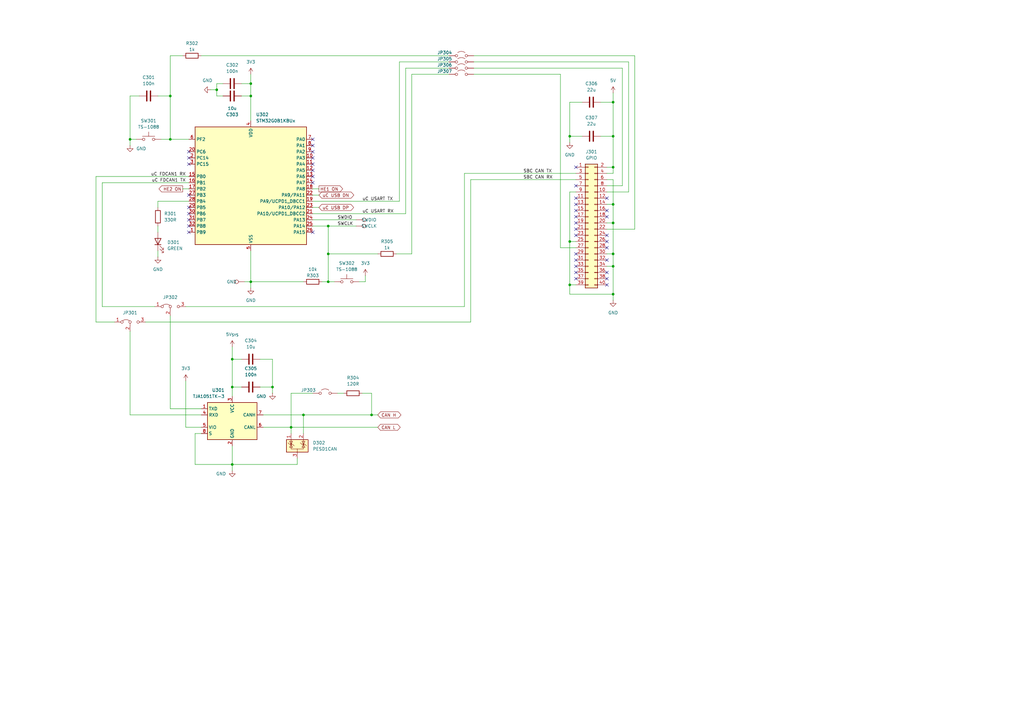
<source format=kicad_sch>
(kicad_sch (version 20250114) (generator "eeschema") (generator_version "9.0")
  (paper "A3")
  (title_block (title "EWS - Power, CANbus and USB HAT for 3D Printers") (date "2025-12-04") (rev "${PROJEKT_REV}") (company "Eduard Iten") (comment 1 "CC BY-NC-SA 4.0"))
  (lib_symbols
    (symbol "Connector_Generic:Conn_02x20_Odd_Even" (pin_names (offset 1.016) (hide yes))
      (property "Reference" "J" (at 1.27 25.4 0))
      (property "Value" "Conn_02x20_Odd_Even" (at 1.27 -27.94 0))
      (symbol "Conn_02x20_Odd_Even_1_1"
        (rectangle (start -1.27 24.13) (end 3.81 -26.67) (stroke (width 0.254)) (fill (type background)))
        (rectangle (start -1.27 22.987) (end 0 22.733) (stroke (width 0.1524)))
        (rectangle (start -1.27 20.447) (end 0 20.193) (stroke (width 0.1524)))
        (rectangle (start -1.27 17.907) (end 0 17.653) (stroke (width 0.1524)))
        (rectangle (start -1.27 15.367) (end 0 15.113) (stroke (width 0.1524)))
        (rectangle (start -1.27 12.827) (end 0 12.573) (stroke (width 0.1524)))
        (rectangle (start -1.27 10.287) (end 0 10.033) (stroke (width 0.1524)))
        (rectangle (start -1.27 7.747) (end 0 7.493) (stroke (width 0.1524)))
        (rectangle (start -1.27 5.207) (end 0 4.953) (stroke (width 0.1524)))
        (rectangle (start -1.27 2.667) (end 0 2.413) (stroke (width 0.1524)))
        (rectangle (start -1.27 0.127) (end 0 -0.127) (stroke (width 0.1524)))
        (rectangle (start -1.27 -2.413) (end 0 -2.667) (stroke (width 0.1524)))
        (rectangle (start -1.27 -4.953) (end 0 -5.207) (stroke (width 0.1524)))
        (rectangle (start -1.27 -7.493) (end 0 -7.747) (stroke (width 0.1524)))
        (rectangle (start -1.27 -10.033) (end 0 -10.287) (stroke (width 0.1524)))
        (rectangle (start -1.27 -12.573) (end 0 -12.827) (stroke (width 0.1524)))
        (rectangle (start -1.27 -15.113) (end 0 -15.367) (stroke (width 0.1524)))
        (rectangle (start -1.27 -17.653) (end 0 -17.907) (stroke (width 0.1524)))
        (rectangle (start -1.27 -20.193) (end 0 -20.447) (stroke (width 0.1524)))
        (rectangle (start -1.27 -22.733) (end 0 -22.987) (stroke (width 0.1524)))
        (rectangle (start -1.27 -25.273) (end 0 -25.527) (stroke (width 0.1524)))
        (rectangle (start 3.81 22.987) (end 2.54 22.733) (stroke (width 0.1524)))
        (rectangle (start 3.81 20.447) (end 2.54 20.193) (stroke (width 0.1524)))
        (rectangle (start 3.81 17.907) (end 2.54 17.653) (stroke (width 0.1524)))
        (rectangle (start 3.81 15.367) (end 2.54 15.113) (stroke (width 0.1524)))
        (rectangle (start 3.81 12.827) (end 2.54 12.573) (stroke (width 0.1524)))
        (rectangle (start 3.81 10.287) (end 2.54 10.033) (stroke (width 0.1524)))
        (rectangle (start 3.81 7.747) (end 2.54 7.493) (stroke (width 0.1524)))
        (rectangle (start 3.81 5.207) (end 2.54 4.953) (stroke (width 0.1524)))
        (rectangle (start 3.81 2.667) (end 2.54 2.413) (stroke (width 0.1524)))
        (rectangle (start 3.81 0.127) (end 2.54 -0.127) (stroke (width 0.1524)))
        (rectangle (start 3.81 -2.413) (end 2.54 -2.667) (stroke (width 0.1524)))
        (rectangle (start 3.81 -4.953) (end 2.54 -5.207) (stroke (width 0.1524)))
        (rectangle (start 3.81 -7.493) (end 2.54 -7.747) (stroke (width 0.1524)))
        (rectangle (start 3.81 -10.033) (end 2.54 -10.287) (stroke (width 0.1524)))
        (rectangle (start 3.81 -12.573) (end 2.54 -12.827) (stroke (width 0.1524)))
        (rectangle (start 3.81 -15.113) (end 2.54 -15.367) (stroke (width 0.1524)))
        (rectangle (start 3.81 -17.653) (end 2.54 -17.907) (stroke (width 0.1524)))
        (rectangle (start 3.81 -20.193) (end 2.54 -20.447) (stroke (width 0.1524)))
        (rectangle (start 3.81 -22.733) (end 2.54 -22.987) (stroke (width 0.1524)))
        (rectangle (start 3.81 -25.273) (end 2.54 -25.527) (stroke (width 0.1524)))
        (pin passive line (at -5.08 22.86 0) (length 3.81) (name "Pin_1") (number "1"))
        (pin passive line (at -5.08 20.32 0) (length 3.81) (name "Pin_3") (number "3"))
        (pin passive line (at -5.08 17.78 0) (length 3.81) (name "Pin_5") (number "5"))
        (pin passive line (at -5.08 15.24 0) (length 3.81) (name "Pin_7") (number "7"))
        (pin passive line (at -5.08 12.7 0) (length 3.81) (name "Pin_9") (number "9"))
        (pin passive line (at -5.08 10.16 0) (length 3.81) (name "Pin_11") (number "11"))
        (pin passive line (at -5.08 7.62 0) (length 3.81) (name "Pin_13") (number "13"))
        (pin passive line (at -5.08 5.08 0) (length 3.81) (name "Pin_15") (number "15"))
        (pin passive line (at -5.08 2.54 0) (length 3.81) (name "Pin_17") (number "17"))
        (pin passive line (at -5.08 0 0) (length 3.81) (name "Pin_19") (number "19"))
        (pin passive line (at -5.08 -2.54 0) (length 3.81) (name "Pin_21") (number "21"))
        (pin passive line (at -5.08 -5.08 0) (length 3.81) (name "Pin_23") (number "23"))
        (pin passive line (at -5.08 -7.62 0) (length 3.81) (name "Pin_25") (number "25"))
        (pin passive line (at -5.08 -10.16 0) (length 3.81) (name "Pin_27") (number "27"))
        (pin passive line (at -5.08 -12.7 0) (length 3.81) (name "Pin_29") (number "29"))
        (pin passive line (at -5.08 -15.24 0) (length 3.81) (name "Pin_31") (number "31"))
        (pin passive line (at -5.08 -17.78 0) (length 3.81) (name "Pin_33") (number "33"))
        (pin passive line (at -5.08 -20.32 0) (length 3.81) (name "Pin_35") (number "35"))
        (pin passive line (at -5.08 -22.86 0) (length 3.81) (name "Pin_37") (number "37"))
        (pin passive line (at -5.08 -25.4 0) (length 3.81) (name "Pin_39") (number "39"))
        (pin passive line (at 7.62 22.86 180) (length 3.81) (name "Pin_2") (number "2"))
        (pin passive line (at 7.62 20.32 180) (length 3.81) (name "Pin_4") (number "4"))
        (pin passive line (at 7.62 17.78 180) (length 3.81) (name "Pin_6") (number "6"))
        (pin passive line (at 7.62 15.24 180) (length 3.81) (name "Pin_8") (number "8"))
        (pin passive line (at 7.62 12.7 180) (length 3.81) (name "Pin_10") (number "10"))
        (pin passive line (at 7.62 10.16 180) (length 3.81) (name "Pin_12") (number "12"))
        (pin passive line (at 7.62 7.62 180) (length 3.81) (name "Pin_14") (number "14"))
        (pin passive line (at 7.62 5.08 180) (length 3.81) (name "Pin_16") (number "16"))
        (pin passive line (at 7.62 2.54 180) (length 3.81) (name "Pin_18") (number "18"))
        (pin passive line (at 7.62 0 180) (length 3.81) (name "Pin_20") (number "20"))
        (pin passive line (at 7.62 -2.54 180) (length 3.81) (name "Pin_22") (number "22"))
        (pin passive line (at 7.62 -5.08 180) (length 3.81) (name "Pin_24") (number "24"))
        (pin passive line (at 7.62 -7.62 180) (length 3.81) (name "Pin_26") (number "26"))
        (pin passive line (at 7.62 -10.16 180) (length 3.81) (name "Pin_28") (number "28"))
        (pin passive line (at 7.62 -12.7 180) (length 3.81) (name "Pin_30") (number "30"))
        (pin passive line (at 7.62 -15.24 180) (length 3.81) (name "Pin_32") (number "32"))
        (pin passive line (at 7.62 -17.78 180) (length 3.81) (name "Pin_34") (number "34"))
        (pin passive line (at 7.62 -20.32 180) (length 3.81) (name "Pin_36") (number "36"))
        (pin passive line (at 7.62 -22.86 180) (length 3.81) (name "Pin_38") (number "38"))
        (pin passive line (at 7.62 -25.4 180) (length 3.81) (name "Pin_40") (number "40"))
      )
    )
    (symbol "Device:C" (pin_numbers (hide yes)) (pin_names (offset 0.254))
      (property "Reference" "C" (at 0.635 2.54 0))
      (property "Value" "C" (at 0.635 -2.54 0))
      (symbol "C_0_1"
        (polyline (pts (xy -2.032 0.762) (xy 2.032 0.762)) (stroke (width 0.508)))
        (polyline (pts (xy -2.032 -0.762) (xy 2.032 -0.762)) (stroke (width 0.508)))
      )
      (symbol "C_1_1"
        (pin passive line (at 0 3.81 270) (length 2.794) (name "~") (number "1"))
        (pin passive line (at 0 -3.81 90) (length 2.794) (name "~") (number "2"))
      )
    )
    (symbol "Device:LED" (pin_numbers (hide yes)) (pin_names (offset 1.016) (hide yes))
      (property "Reference" "D" (at 0 2.54 0))
      (property "Value" "LED" (at 0 -2.54 0))
      (symbol "LED_0_1"
        (polyline (pts (xy -3.048 -0.762) (xy -4.572 -2.286) (xy -3.81 -2.286) (xy -4.572 -2.286) (xy -4.572 -1.524)))
        (polyline (pts (xy -1.778 -0.762) (xy -3.302 -2.286) (xy -2.54 -2.286) (xy -3.302 -2.286) (xy -3.302 -1.524)))
        (polyline (pts (xy -1.27 0) (xy 1.27 0)))
        (polyline (pts (xy -1.27 -1.27) (xy -1.27 1.27)) (stroke (width 0.254)))
        (polyline (pts (xy 1.27 -1.27) (xy 1.27 1.27) (xy -1.27 0) (xy 1.27 -1.27)) (stroke (width 0.254)))
      )
      (symbol "LED_1_1"
        (pin passive line (at -3.81 0 0) (length 2.54) (name "K") (number "1"))
        (pin passive line (at 3.81 0 180) (length 2.54) (name "A") (number "2"))
      )
    )
    (symbol "Device:R" (pin_numbers (hide yes)) (pin_names (offset 0))
      (property "Reference" "R" (at 2.032 0 90))
      (property "Value" "R" (at 0 0 90))
      (symbol "R_0_1"
        (rectangle (start -1.016 -2.54) (end 1.016 2.54) (stroke (width 0.254)))
      )
      (symbol "R_1_1"
        (pin passive line (at 0 3.81 270) (length 1.27) (name "~") (number "1"))
        (pin passive line (at 0 -3.81 90) (length 1.27) (name "~") (number "2"))
      )
    )
    (symbol "Interface_CAN_LIN:TJA1051TK-3"
      (property "Reference" "U" (at -10.16 8.89 0))
      (property "Value" "TJA1051TK-3" (at 1.27 8.89 0))
      (symbol "TJA1051TK-3_0_1"
        (rectangle (start -10.16 7.62) (end 10.16 -7.62) (stroke (width 0.254)) (fill (type background)))
      )
      (symbol "TJA1051TK-3_1_1"
        (pin input line (at -12.7 5.08 0) (length 2.54) (name "TXD") (number "1"))
        (pin output line (at -12.7 2.54 0) (length 2.54) (name "RXD") (number "4"))
        (pin power_in line (at -12.7 -2.54 0) (length 2.54) (name "VIO") (number "5"))
        (pin input line (at -12.7 -5.08 0) (length 2.54) (name "S") (number "8"))
        (pin power_in line (at 0 10.16 270) (length 2.54) (name "VCC") (number "3"))
        (pin power_in line (at 0 -10.16 90) (length 2.54) (name "GND") (number "2"))
        (pin passive line (at 0 -10.16 90) (length 2.54) (hide yes) (name "GND") (number "9"))
        (pin bidirectional line (at 12.7 2.54 180) (length 2.54) (name "CANH") (number "7"))
        (pin bidirectional line (at 12.7 -2.54 180) (length 2.54) (name "CANL") (number "6"))
      )
    )
    (symbol "Jumper:Jumper_2_Open" (pin_numbers (hide yes)) (pin_names (offset 0) (hide yes))
      (property "Reference" "JP" (at 0 2.794 0))
      (property "Value" "Jumper_2_Open" (at 0 -2.286 0))
      (symbol "Jumper_2_Open_0_0"
        (circle (center -2.032 0) (radius 0.508))
        (circle (center 2.032 0) (radius 0.508))
      )
      (symbol "Jumper_2_Open_0_1"
        (arc (start -1.524 1.27) (mid 0 1.778) (end 1.524 1.27))
      )
      (symbol "Jumper_2_Open_1_1"
        (pin passive line (at -5.08 0 0) (length 2.54) (name "A") (number "1"))
        (pin passive line (at 5.08 0 180) (length 2.54) (name "B") (number "2"))
      )
    )
    (symbol "Jumper:Jumper_3_Bridged12" (pin_names (offset 0) (hide yes)) (in_bom no)
      (property "Reference" "JP" (at -2.54 -2.54 0))
      (property "Value" "Jumper_3_Bridged12" (at 0 2.794 0))
      (symbol "Jumper_3_Bridged12_0_0"
        (circle (center -3.302 0) (radius 0.508))
        (circle (center 0 0) (radius 0.508))
        (circle (center 3.302 0) (radius 0.508))
      )
      (symbol "Jumper_3_Bridged12_0_1"
        (arc (start -3.048 0.508) (mid -1.651 0.9912) (end -0.254 0.508))
        (polyline (pts (xy 0 -1.27) (xy 0 -0.508)))
      )
      (symbol "Jumper_3_Bridged12_1_1"
        (pin passive line (at -6.35 0 0) (length 2.54) (name "A") (number "1"))
        (pin passive line (at 0 -3.81 90) (length 2.54) (name "C") (number "2"))
        (pin passive line (at 6.35 0 180) (length 2.54) (name "B") (number "3"))
      )
    )
    (symbol "MCU_ST_STM32G0:STM32G0B1KBUx"
      (property "Reference" "U" (at -22.86 26.67 0))
      (property "Value" "STM32G0B1KBUx" (at 2.54 26.67 0))
      (symbol "STM32G0B1KBUx_0_1"
        (rectangle (start -22.86 -22.86) (end 22.86 25.4) (stroke (width 0.254)) (fill (type background)))
      )
      (symbol "STM32G0B1KBUx_1_1"
        (pin bidirectional line (at -25.4 20.32 0) (length 2.54) (name "PF2") (number "6"))
        (pin bidirectional line (at -25.4 15.24 0) (length 2.54) (name "PC6") (number "20"))
        (pin bidirectional line (at -25.4 12.7 0) (length 2.54) (name "PC14") (number "2"))
        (pin bidirectional line (at -25.4 10.16 0) (length 2.54) (name "PC15") (number "3"))
        (pin bidirectional line (at -25.4 5.08 0) (length 2.54) (name "PB0") (number "15"))
        (pin bidirectional line (at -25.4 2.54 0) (length 2.54) (name "PB1") (number "16"))
        (pin bidirectional line (at -25.4 0 0) (length 2.54) (name "PB2") (number "17"))
        (pin bidirectional line (at -25.4 -2.54 0) (length 2.54) (name "PB3") (number "27"))
        (pin bidirectional line (at -25.4 -5.08 0) (length 2.54) (name "PB4") (number "28"))
        (pin bidirectional line (at -25.4 -7.62 0) (length 2.54) (name "PB5") (number "29"))
        (pin bidirectional line (at -25.4 -10.16 0) (length 2.54) (name "PB6") (number "30"))
        (pin bidirectional line (at -25.4 -12.7 0) (length 2.54) (name "PB7") (number "31"))
        (pin bidirectional line (at -25.4 -15.24 0) (length 2.54) (name "PB8") (number "32"))
        (pin bidirectional line (at -25.4 -17.78 0) (length 2.54) (name "PB9") (number "1"))
        (pin power_in line (at 0 27.94 270) (length 2.54) (name "VDD") (number "4"))
        (pin passive line (at 0 -25.4 90) (length 2.54) (hide yes) (name "VSS") (number "33"))
        (pin power_in line (at 0 -25.4 90) (length 2.54) (name "VSS") (number "5"))
        (pin bidirectional line (at 25.4 20.32 180) (length 2.54) (name "PA0") (number "7"))
        (pin bidirectional line (at 25.4 17.78 180) (length 2.54) (name "PA1") (number "8"))
        (pin bidirectional line (at 25.4 15.24 180) (length 2.54) (name "PA2") (number "9"))
        (pin bidirectional line (at 25.4 12.7 180) (length 2.54) (name "PA3") (number "10"))
        (pin bidirectional line (at 25.4 10.16 180) (length 2.54) (name "PA4") (number "11"))
        (pin bidirectional line (at 25.4 7.62 180) (length 2.54) (name "PA5") (number "12"))
        (pin bidirectional line (at 25.4 5.08 180) (length 2.54) (name "PA6") (number "13"))
        (pin bidirectional line (at 25.4 2.54 180) (length 2.54) (name "PA7") (number "14"))
        (pin bidirectional line (at 25.4 0 180) (length 2.54) (name "PA8") (number "18"))
        (pin bidirectional line (at 25.4 -2.54 180) (length 2.54) (name "PA9/PA11") (number "22"))
        (pin bidirectional line (at 25.4 -5.08 180) (length 2.54) (name "PA9/UCPD1_DBCC1") (number "19"))
        (pin bidirectional line (at 25.4 -7.62 180) (length 2.54) (name "PA10/PA12") (number "23"))
        (pin bidirectional line (at 25.4 -10.16 180) (length 2.54) (name "PA10/UCPD1_DBCC2") (number "21"))
        (pin bidirectional line (at 25.4 -12.7 180) (length 2.54) (name "PA13") (number "24"))
        (pin bidirectional line (at 25.4 -15.24 180) (length 2.54) (name "PA14") (number "25"))
        (pin bidirectional line (at 25.4 -17.78 180) (length 2.54) (name "PA15") (number "26"))
      )
    )
    (symbol "NamedTestPoint_1" (pin_numbers (hide yes)) (pin_names (offset 0.762) (hide yes))
      (property "Value" "${SHORT_NET_NAME(1)}" (at 0 6.35 0))
      (symbol "NamedTestPoint_1_0_1"
        (circle (center 0 3.302) (radius 0.762))
      )
      (symbol "NamedTestPoint_1_1_1"
        (pin passive line (at 0 0 90) (length 2.54) (name "1") (number "1"))
      )
    )
    (symbol "Power_Protection:NUP2105L" (pin_names (hide yes))
      (property "Reference" "D" (at 5.715 2.54 0))
      (property "Value" "NUP2105L" (at 5.715 0.635 0))
      (symbol "NUP2105L_0_0"
        (pin passive line (at 0 -5.08 90) (length 2.54) (name "A") (number "3"))
      )
      (symbol "NUP2105L_0_1"
        (rectangle (start -4.445 2.54) (end 4.445 -2.54) (stroke (width 0.254)) (fill (type background)))
        (polyline (pts (xy -3.81 1.27) (xy -3.175 0.635) (xy -1.905 0.635) (xy -1.27 0)))
        (polyline (pts (xy -2.54 2.54) (xy -2.54 0.635)))
        (polyline (pts (xy -2.54 0.635) (xy -2.54 -1.27) (xy 2.54 -1.27) (xy 2.54 0.635)))
        (polyline (pts (xy -2.54 0.635) (xy -1.905 -0.635) (xy -3.175 -0.635) (xy -2.54 0.635)))
        (polyline (pts (xy -2.54 0.635) (xy -3.175 1.905) (xy -1.905 1.905) (xy -2.54 0.635) (xy -2.54 1.27)))
        (polyline (pts (xy 0 -1.27) (xy 0 -2.54)))
        (polyline (pts (xy 1.27 1.27) (xy 1.905 0.635) (xy 2.54 0.635) (xy 3.175 0.635) (xy 3.81 0)))
        (polyline (pts (xy 2.54 2.54) (xy 2.54 0.635)))
        (polyline (pts (xy 2.54 0.635) (xy 1.905 -0.635) (xy 3.175 -0.635) (xy 2.54 0.635)))
        (polyline (pts (xy 2.54 0.635) (xy 3.175 1.905) (xy 1.905 1.905) (xy 2.54 0.635)))
      )
      (symbol "NUP2105L_1_1"
        (pin passive line (at -2.54 5.08 270) (length 2.54) (name "K") (number "1"))
        (pin passive line (at 2.54 5.08 270) (length 2.54) (name "K") (number "2"))
      )
    )
    (symbol "Switch:SW_Push" (pin_numbers (hide yes)) (pin_names (offset 1.016) (hide yes))
      (property "Reference" "SW" (at 1.27 2.54 0))
      (property "Value" "SW_Push" (at 0 -1.524 0))
      (symbol "SW_Push_0_1"
        (circle (center -2.032 0) (radius 0.508))
        (polyline (pts (xy 0 1.27) (xy 0 3.048)))
        (circle (center 2.032 0) (radius 0.508))
        (polyline (pts (xy 2.54 1.27) (xy -2.54 1.27)))
        (pin passive line (at -5.08 0 0) (length 2.54) (name "1") (number "1"))
        (pin passive line (at 5.08 0 180) (length 2.54) (name "2") (number "2"))
      )
    )
    (symbol "power:+3.3V" (power) (pin_numbers (hide yes)) (pin_names (offset 0) (hide yes))
      (property "Value" "+3.3V" (at 0 3.556 0))
      (symbol "+3.3V_0_1"
        (polyline (pts (xy -0.762 1.27) (xy 0 2.54)))
        (polyline (pts (xy 0 2.54) (xy 0.762 1.27)))
        (polyline (pts (xy 0 0) (xy 0 2.54)))
      )
      (symbol "+3.3V_1_1"
        (pin power_in line (at 0 0 90) (length 0) (name "~") (number "1"))
      )
    )
    (symbol "power:+5V" (power) (pin_numbers (hide yes)) (pin_names (offset 0) (hide yes))
      (property "Value" "+5V" (at 0 3.556 0))
      (symbol "+5V_0_1"
        (polyline (pts (xy -0.762 1.27) (xy 0 2.54)))
        (polyline (pts (xy 0 2.54) (xy 0.762 1.27)))
        (polyline (pts (xy 0 0) (xy 0 2.54)))
      )
      (symbol "+5V_1_1"
        (pin power_in line (at 0 0 90) (length 0) (name "~") (number "1"))
      )
    )
    (symbol "power:GND" (power) (pin_numbers (hide yes)) (pin_names (offset 0) (hide yes))
      (property "Value" "GND" (at 0 -3.81 0))
      (symbol "GND_0_1"
        (polyline (pts (xy 0 0) (xy 0 -1.27) (xy 1.27 -1.27) (xy 0 -2.54) (xy -1.27 -1.27) (xy 0 -1.27)))
      )
      (symbol "GND_1_1"
        (pin power_in line (at 0 0 270) (length 0) (name "~") (number "1"))
      )
    )
  )
  (junction (at 69.85 57.15))
  (junction (at 88.9 36.83))
  (junction (at 95.25 158.75))
  (junction (at 251.46 68.58))
  (junction (at 102.87 39.37))
  (junction (at 233.68 116.84))
  (junction (at 134.62 92.71))
  (junction (at 95.25 147.32))
  (junction (at 233.68 55.88))
  (junction (at 102.87 34.29))
  (junction (at 69.85 39.37))
  (junction (at 251.46 91.44))
  (junction (at 251.46 83.82))
  (junction (at 152.4 170.18))
  (junction (at 233.68 99.06))
  (junction (at 95.25 190.5))
  (junction (at 124.46 170.18))
  (junction (at 251.46 41.91))
  (junction (at 134.62 104.14))
  (junction (at 251.46 120.65))
  (junction (at 134.62 115.57))
  (junction (at 111.76 158.75))
  (junction (at 251.46 55.88))
  (junction (at 53.34 57.15))
  (junction (at 251.46 104.14))
  (junction (at 102.87 115.57))
  (junction (at 119.38 175.26))
  (junction (at 251.46 109.22))
  (no_connect (at 248.92 99.06))
  (no_connect (at 236.22 109.22))
  (no_connect (at 248.92 81.28))
  (no_connect (at 248.92 86.36))
  (no_connect (at 236.22 88.9))
  (no_connect (at 236.22 96.52))
  (no_connect (at 236.22 111.76))
  (no_connect (at 236.22 106.68))
  (no_connect (at 128.27 64.77))
  (no_connect (at 248.92 96.52))
  (no_connect (at 248.92 116.84))
  (no_connect (at 128.27 59.69))
  (no_connect (at 77.47 95.25))
  (no_connect (at 128.27 62.23))
  (no_connect (at 77.47 80.01))
  (no_connect (at 77.47 85.09))
  (no_connect (at 236.22 104.14))
  (no_connect (at 77.47 87.63))
  (no_connect (at 248.92 114.3))
  (no_connect (at 128.27 72.39))
  (no_connect (at 128.27 67.31))
  (no_connect (at 236.22 86.36))
  (no_connect (at 248.92 101.6))
  (no_connect (at 77.47 62.23))
  (no_connect (at 236.22 81.28))
  (no_connect (at 128.27 69.85))
  (no_connect (at 128.27 74.93))
  (no_connect (at 236.22 83.82))
  (no_connect (at 77.47 92.71))
  (no_connect (at 248.92 111.76))
  (no_connect (at 128.27 95.25))
  (no_connect (at 236.22 91.44))
  (no_connect (at 236.22 76.2))
  (no_connect (at 77.47 67.31))
  (no_connect (at 236.22 93.98))
  (no_connect (at 248.92 106.68))
  (no_connect (at 248.92 88.9))
  (no_connect (at 236.22 114.3))
  (no_connect (at 128.27 57.15))
  (no_connect (at 236.22 68.58))
  (no_connect (at 77.47 64.77))
  (no_connect (at 77.47 90.17))
  (wire (pts (xy 53.34 170.18) (xy 53.34 135.89)))
  (wire (pts (xy 119.38 175.26) (xy 107.95 175.26)))
  (wire (pts (xy 152.4 170.18) (xy 152.4 161.29)))
  (wire (pts (xy 39.37 72.39) (xy 77.47 72.39)))
  (wire (pts (xy 82.55 22.86) (xy 184.15 22.86)))
  (wire (pts (xy 251.46 123.19) (xy 251.46 120.65)))
  (wire (pts (xy 248.92 68.58) (xy 251.46 68.58)))
  (wire (pts (xy 80.01 177.8) (xy 80.01 190.5)))
  (wire (pts (xy 128.27 92.71) (xy 134.62 92.71)))
  (wire (pts (xy 88.9 34.29) (xy 91.44 34.29)))
  (wire (pts (xy 64.77 82.55) (xy 77.47 82.55)))
  (wire (pts (xy 128.27 85.09) (xy 130.81 85.09)))
  (wire (pts (xy 233.68 78.74) (xy 233.68 99.06)))
  (wire (pts (xy 80.01 190.5) (xy 95.25 190.5)))
  (wire (pts (xy 128.27 82.55) (xy 163.83 82.55)))
  (wire (pts (xy 257.81 25.4) (xy 257.81 78.74)))
  (wire (pts (xy 233.68 55.88) (xy 233.68 58.42)))
  (wire (pts (xy 229.87 101.6) (xy 236.22 101.6)))
  (wire (pts (xy 95.25 142.24) (xy 95.25 147.32)))
  (wire (pts (xy 64.77 102.87) (xy 64.77 105.41)))
  (wire (pts (xy 106.68 147.32) (xy 111.76 147.32)))
  (wire (pts (xy 111.76 161.29) (xy 111.76 158.75)))
  (wire (pts (xy 74.93 77.47) (xy 77.47 77.47)))
  (wire (pts (xy 134.62 104.14) (xy 134.62 115.57)))
  (wire (pts (xy 86.36 36.83) (xy 88.9 36.83)))
  (wire (pts (xy 233.68 116.84) (xy 233.68 120.65)))
  (wire (pts (xy 69.85 22.86) (xy 69.85 39.37)))
  (wire (pts (xy 233.68 99.06) (xy 236.22 99.06)))
  (wire (pts (xy 69.85 167.64) (xy 69.85 129.54)))
  (wire (pts (xy 119.38 175.26) (xy 119.38 177.8)))
  (wire (pts (xy 134.62 104.14) (xy 154.94 104.14)))
  (wire (pts (xy 248.92 83.82) (xy 251.46 83.82)))
  (wire (pts (xy 39.37 132.08) (xy 46.99 132.08)))
  (wire (pts (xy 248.92 109.22) (xy 251.46 109.22)))
  (wire (pts (xy 251.46 83.82) (xy 251.46 91.44)))
  (wire (pts (xy 134.62 92.71) (xy 134.62 104.14)))
  (wire (pts (xy 124.46 170.18) (xy 124.46 177.8)))
  (wire (pts (xy 251.46 109.22) (xy 251.46 120.65)))
  (wire (pts (xy 162.56 104.14) (xy 168.91 104.14)))
  (wire (pts (xy 132.08 115.57) (xy 134.62 115.57)))
  (wire (pts (xy 76.2 175.26) (xy 82.55 175.26)))
  (wire (pts (xy 124.46 170.18) (xy 107.95 170.18)))
  (wire (pts (xy 95.25 190.5) (xy 121.92 190.5)))
  (wire (pts (xy 193.04 73.66) (xy 193.04 132.08)))
  (wire (pts (xy 251.46 41.91) (xy 251.46 38.1)))
  (wire (pts (xy 194.31 22.86) (xy 260.35 22.86)))
  (wire (pts (xy 194.31 27.94) (xy 255.27 27.94)))
  (wire (pts (xy 59.69 132.08) (xy 193.04 132.08)))
  (wire (pts (xy 251.46 104.14) (xy 251.46 109.22)))
  (wire (pts (xy 99.06 39.37) (xy 102.87 39.37)))
  (wire (pts (xy 190.5 71.12) (xy 190.5 125.73)))
  (wire (pts (xy 236.22 78.74) (xy 233.68 78.74)))
  (wire (pts (xy 64.77 85.09) (xy 64.77 82.55)))
  (wire (pts (xy 41.91 125.73) (xy 63.5 125.73)))
  (wire (pts (xy 251.46 68.58) (xy 251.46 55.88)))
  (wire (pts (xy 95.25 182.88) (xy 95.25 190.5)))
  (wire (pts (xy 251.46 73.66) (xy 251.46 83.82)))
  (wire (pts (xy 76.2 125.73) (xy 190.5 125.73)))
  (wire (pts (xy 166.37 87.63) (xy 166.37 27.94)))
  (wire (pts (xy 166.37 27.94) (xy 184.15 27.94)))
  (wire (pts (xy 233.68 99.06) (xy 233.68 116.84)))
  (wire (pts (xy 138.43 161.29) (xy 140.97 161.29)))
  (wire (pts (xy 260.35 93.98) (xy 248.92 93.98)))
  (wire (pts (xy 194.31 30.48) (xy 229.87 30.48)))
  (wire (pts (xy 95.25 158.75) (xy 95.25 162.56)))
  (wire (pts (xy 128.27 90.17) (xy 146.05 90.17)))
  (wire (pts (xy 99.06 158.75) (xy 95.25 158.75)))
  (wire (pts (xy 255.27 27.94) (xy 255.27 76.2)))
  (wire (pts (xy 152.4 170.18) (xy 154.94 170.18)))
  (wire (pts (xy 251.46 71.12) (xy 251.46 68.58)))
  (wire (pts (xy 248.92 73.66) (xy 251.46 73.66)))
  (wire (pts (xy 163.83 82.55) (xy 163.83 25.4)))
  (wire (pts (xy 229.87 30.48) (xy 229.87 101.6)))
  (wire (pts (xy 102.87 30.48) (xy 102.87 34.29)))
  (wire (pts (xy 88.9 39.37) (xy 88.9 36.83)))
  (wire (pts (xy 128.27 80.01) (xy 130.81 80.01)))
  (wire (pts (xy 41.91 74.93) (xy 41.91 125.73)))
  (wire (pts (xy 82.55 177.8) (xy 80.01 177.8)))
  (wire (pts (xy 39.37 72.39) (xy 39.37 132.08)))
  (wire (pts (xy 124.46 115.57) (xy 102.87 115.57)))
  (wire (pts (xy 102.87 34.29) (xy 102.87 39.37)))
  (wire (pts (xy 194.31 25.4) (xy 257.81 25.4)))
  (wire (pts (xy 41.91 74.93) (xy 77.47 74.93)))
  (wire (pts (xy 251.46 55.88) (xy 251.46 41.91)))
  (wire (pts (xy 238.76 41.91) (xy 233.68 41.91)))
  (wire (pts (xy 233.68 41.91) (xy 233.68 55.88)))
  (wire (pts (xy 95.25 147.32) (xy 99.06 147.32)))
  (wire (pts (xy 238.76 55.88) (xy 233.68 55.88)))
  (wire (pts (xy 257.81 78.74) (xy 248.92 78.74)))
  (wire (pts (xy 251.46 91.44) (xy 251.46 104.14)))
  (wire (pts (xy 121.92 187.96) (xy 121.92 190.5)))
  (wire (pts (xy 111.76 158.75) (xy 106.68 158.75)))
  (wire (pts (xy 246.38 41.91) (xy 251.46 41.91)))
  (wire (pts (xy 248.92 104.14) (xy 251.46 104.14)))
  (wire (pts (xy 64.77 92.71) (xy 64.77 95.25)))
  (wire (pts (xy 163.83 25.4) (xy 184.15 25.4)))
  (wire (pts (xy 246.38 55.88) (xy 251.46 55.88)))
  (wire (pts (xy 102.87 115.57) (xy 102.87 118.11)))
  (wire (pts (xy 248.92 71.12) (xy 251.46 71.12)))
  (wire (pts (xy 91.44 39.37) (xy 88.9 39.37)))
  (wire (pts (xy 102.87 39.37) (xy 102.87 49.53)))
  (wire (pts (xy 168.91 30.48) (xy 168.91 104.14)))
  (wire (pts (xy 64.77 39.37) (xy 69.85 39.37)))
  (wire (pts (xy 128.27 87.63) (xy 166.37 87.63)))
  (wire (pts (xy 233.68 116.84) (xy 236.22 116.84)))
  (wire (pts (xy 134.62 115.57) (xy 137.16 115.57)))
  (wire (pts (xy 102.87 102.87) (xy 102.87 115.57)))
  (wire (pts (xy 134.62 92.71) (xy 146.05 92.71)))
  (wire (pts (xy 248.92 91.44) (xy 251.46 91.44)))
  (wire (pts (xy 76.2 156.21) (xy 76.2 175.26)))
  (wire (pts (xy 55.88 57.15) (xy 53.34 57.15)))
  (wire (pts (xy 66.04 57.15) (xy 69.85 57.15)))
  (wire (pts (xy 82.55 170.18) (xy 53.34 170.18)))
  (wire (pts (xy 236.22 71.12) (xy 190.5 71.12)))
  (wire (pts (xy 53.34 57.15) (xy 53.34 59.69)))
  (wire (pts (xy 102.87 115.57) (xy 100.33 115.57)))
  (wire (pts (xy 53.34 39.37) (xy 53.34 57.15)))
  (wire (pts (xy 152.4 161.29) (xy 148.59 161.29)))
  (wire (pts (xy 248.92 76.2) (xy 255.27 76.2)))
  (wire (pts (xy 119.38 175.26) (xy 154.94 175.26)))
  (wire (pts (xy 95.25 190.5) (xy 95.25 193.04)))
  (wire (pts (xy 233.68 120.65) (xy 251.46 120.65)))
  (wire (pts (xy 111.76 147.32) (xy 111.76 158.75)))
  (wire (pts (xy 82.55 167.64) (xy 69.85 167.64)))
  (wire (pts (xy 193.04 73.66) (xy 236.22 73.66)))
  (wire (pts (xy 77.47 57.15) (xy 69.85 57.15)))
  (wire (pts (xy 130.81 77.47) (xy 128.27 77.47)))
  (wire (pts (xy 149.86 113.03) (xy 149.86 115.57)))
  (wire (pts (xy 88.9 36.83) (xy 88.9 34.29)))
  (wire (pts (xy 99.06 34.29) (xy 102.87 34.29)))
  (wire (pts (xy 119.38 161.29) (xy 119.38 175.26)))
  (wire (pts (xy 149.86 115.57) (xy 147.32 115.57)))
  (wire (pts (xy 69.85 22.86) (xy 74.93 22.86)))
  (wire (pts (xy 69.85 39.37) (xy 69.85 57.15)))
  (wire (pts (xy 168.91 30.48) (xy 184.15 30.48)))
  (wire (pts (xy 152.4 170.18) (xy 124.46 170.18)))
  (wire (pts (xy 57.15 39.37) (xy 53.34 39.37)))
  (wire (pts (xy 260.35 22.86) (xy 260.35 93.98)))
  (wire (pts (xy 95.25 147.32) (xy 95.25 158.75)))
  (wire (pts (xy 119.38 161.29) (xy 128.27 161.29)))
  (label "SBC CAN TX" (at 214.63 71.12 0))
  (label "uC USART TX" (at 148.59 82.55 0))
  (label "uC USART RX" (at 148.59 87.63 0))
  (label "SWDIO" (at 138.43 90.17 0))
  (label "SWCLK" (at 138.43 92.71 0))
  (label "uC FDCAN1 TX" (at 76.2 74.93 180))
  (label "uC FDCAN1 RX" (at 76.2 72.39 180))
  (label "SBC CAN RX" (at 214.63 73.66 0))
  (global_label "uC USB DN" (shape bidirectional) (at 130.81 80.01 0) (property "Intersheetrefs" "${INTERSHEET_REFS}" (effects (hide yes))))
  (global_label "uC USB DP" (shape bidirectional) (at 130.81 85.09 0) (property "Intersheetrefs" "${INTERSHEET_REFS}" (effects (hide yes))))
  (global_label "HE1 ON" (shape output) (at 130.81 77.47 0) (property "Intersheetrefs" "${INTERSHEET_REFS}" (effects (hide yes))))
  (global_label "CAN L" (shape bidirectional) (at 154.94 175.26 0) (property "Intersheetrefs" "${INTERSHEET_REFS}" (effects (hide yes))))
  (global_label "HE2 ON" (shape output) (at 74.93 77.47 180) (property "Intersheetrefs" "${INTERSHEET_REFS}" (effects (hide yes))))
  (global_label "CAN H" (shape bidirectional) (at 154.94 170.18 0) (property "Intersheetrefs" "${INTERSHEET_REFS}" (effects (hide yes))))
  (symbol (lib_id "Device:C") (at 102.87 158.75 270) (mirror x) (unit 1)
    (property "Reference" "C305" (at 102.87 151.13 90))
    (property "Value" "100n" (at 102.87 153.67 90))
    (property "Footprint" "Capacitor_SMD:C_0402_1005Metric" (effects (hide yes)))
    (property "Description" "Unpolarized capacitor" (effects (hide yes)))
    (property "LCSC Part #" "C307331" (effects (hide yes)))
    (property "Manufacturer Part #" "CL05B104KB54PNC" (effects (hide yes)))
  )
  (symbol (lib_id "Jumper:Jumper_3_Bridged12") (at 53.34 132.08 0) (unit 1) (in_bom no)
    (property "Reference" "JP301" (at 53.34 128.27 0))
    (property "Footprint" "project:SolderJumper-3_P1.3mm_Bridged12_RoundedPad1.0x1.5mm_custom" (effects (hide yes)))
    (property "Description" "Jumper, 3-pole, pins 1+2 closed/bridged" (effects (hide yes)))
  )
  (symbol (lib_id "Jumper:Jumper_2_Open") (at 189.23 22.86 0) (unit 1) (in_bom no)
    (property "Reference" "JP304" (at 185.42 21.59 0) (effects (justify right)))
    (property "Footprint" "Jumper:SolderJumper-2_P1.3mm_Open_RoundedPad1.0x1.5mm" (effects (hide yes)))
    (property "Description" "Jumper, 2-pole, open" (effects (hide yes)))
  )
  (symbol (lib_id "power:+3.3V") (at 251.46 38.1 0) (unit 1)
    (property "Reference" "#PWR0312" (effects (hide yes)))
    (property "Value" "5V" (at 251.46 33.02 0))
    (property "Description" "Power symbol creates a global label with name \"+3.3V\"" (effects (hide yes)))
  )
  (symbol (lib_id "Device:C") (at 95.25 39.37 270) (unit 1)
    (property "Reference" "C303" (at 95.25 46.99 90))
    (property "Value" "10u" (at 95.25 44.45 90))
    (property "Footprint" "Capacitor_SMD:C_0603_1608Metric" (effects (hide yes)))
    (property "Description" "Unpolarized capacitor" (effects (hide yes)))
    (property "Manufacturer Part #" "CL10A106MA8NRNC" (effects (hide yes)))
    (property "LCSC Part #" "C96446" (effects (hide yes)))
  )
  (symbol (lib_id "Device:R") (at 64.77 88.9 0) (unit 1)
    (property "Reference" "R301" (at 67.31 87.6299 0) (effects (justify left)))
    (property "Value" "330R" (at 67.31 90.1699 0) (effects (justify left)))
    (property "Footprint" "Resistor_SMD:R_0402_1005Metric" (effects (hide yes)))
    (property "Description" "Resistor" (effects (hide yes)))
    (property "Manufacturer Part #" "0402WGF3300TCE" (effects (hide yes)))
    (property "LCSC Part #" "C25104" (effects (hide yes)))
  )
  (symbol (lib_id "power:GND") (at 86.36 36.83 270) (unit 1)
    (property "Reference" "#PWR0304" (effects (hide yes)))
    (property "Value" "GND" (at 85.09 33.02 90))
    (property "Description" "Power symbol creates a global label with name \"GND\" , ground" (effects (hide yes)))
  )
  (symbol (lib_id "MCU_ST_STM32G0:STM32G0B1KBUx") (at 102.87 77.47 0) (unit 1)
    (property "Reference" "U302" (at 105.0133 46.99 0) (effects (justify left)))
    (property "Value" "STM32G0B1KBUx" (at 105.0133 49.53 0) (effects (justify left)))
    (property "Footprint" "Package_DFN_QFN:QFN-32-1EP_5x5mm_P0.5mm_EP3.45x3.45mm" (effects (hide yes)))
    (property "Datasheet" "https://www.st.com/resource/en/datasheet/stm32g0b1kb.pdf" (effects (hide yes)))
    (property "Description" "STMicroelectronics Arm Cortex-M0+ MCU, 128KB flash, 144KB RAM, 64 MHz, 1.7-3.6V, 30 GPIO, UFQFPN32" (effects (hide yes)))
    (property "LCSC Part #" "C5159549" (effects (hide yes)))
    (property "Manufacturer Part #" "STM32G0B1KBU6" (effects (hide yes)))
    (property "FT Rotation Offset" "270" (effects (hide yes)))
  )
  (symbol (lib_id "Switch:SW_Push") (at 142.24 115.57 0) (mirror y) (unit 1)
    (property "Reference" "SW302" (at 142.24 107.95 0))
    (property "Value" "TS-1088" (at 142.24 110.49 0))
    (property "Footprint" "Button_Switch_SMD:SW_SPST_TS-1088-xR020" (effects (hide yes)))
    (property "Description" "Push button switch, generic, two pins" (effects (hide yes)))
    (property "LCSC Part #" "C720477" (effects (hide yes)))
    (property "Manufacturer Part #" "TS-1088-AR02016" (effects (hide yes)))
  )
  (symbol (lib_id "Device:R") (at 144.78 161.29 90) (unit 1)
    (property "Reference" "R304" (at 144.78 154.94 90))
    (property "Value" "120R" (at 144.78 157.48 90))
    (property "Footprint" "Resistor_SMD:R_0603_1608Metric" (effects (hide yes)))
    (property "Description" "Resistor" (effects (hide yes)))
    (property "Manufacturer Part #" "0603WAF1200T5E" (effects (hide yes)))
    (property "LCSC Part #" "C22787" (effects (hide yes)))
  )
  (symbol (lib_id "Device:LED") (at 64.77 99.06 90) (unit 1)
    (property "Reference" "D301" (at 68.58 99.3774 90) (effects (justify right)))
    (property "Value" "GREEN" (at 68.58 101.9174 90) (effects (justify right)))
    (property "Footprint" "LED_SMD:LED_0805_2012Metric" (effects (hide yes)))
    (property "Description" "Light emitting diode" (effects (hide yes)))
    (property "Sim.Pins" "1=K 2=A" (effects (hide yes)))
    (property "Manufacturer Part #" "KT-0805G" (effects (hide yes)))
    (property "LCSC Part #" "C2297" (effects (hide yes)))
  )
  (symbol (lib_id "Jumper:Jumper_2_Open") (at 189.23 25.4 0) (unit 1) (in_bom no)
    (property "Reference" "JP305" (at 185.42 24.13 0) (effects (justify right)))
    (property "Footprint" "Jumper:SolderJumper-2_P1.3mm_Open_RoundedPad1.0x1.5mm" (effects (hide yes)))
    (property "Description" "Jumper, 2-pole, open" (effects (hide yes)))
  )
  (symbol (lib_id "Device:C") (at 95.25 34.29 90) (unit 1)
    (property "Reference" "C302" (at 95.25 26.67 90))
    (property "Value" "100n" (at 95.25 29.21 90))
    (property "Footprint" "Capacitor_SMD:C_0402_1005Metric" (effects (hide yes)))
    (property "Description" "Unpolarized capacitor" (effects (hide yes)))
    (property "LCSC Part #" "C307331" (effects (hide yes)))
    (property "Manufacturer Part #" "CL05B104KB54PNC" (effects (hide yes)))
  )
  (symbol (lib_id "power:+3.3V") (at 149.86 113.03 0) (mirror y) (unit 1)
    (property "Reference" "#PWR0310" (effects (hide yes)))
    (property "Value" "3V3" (at 149.86 107.95 0))
    (property "Description" "Power symbol creates a global label with name \"+3.3V\"" (effects (hide yes)))
  )
  (symbol (lib_id "power:+3.3V") (at 102.87 30.48 0) (unit 1)
    (property "Reference" "#PWR0307" (effects (hide yes)))
    (property "Value" "3V3" (at 102.87 25.4 0))
    (property "Description" "Power symbol creates a global label with name \"+3.3V\"" (effects (hide yes)))
  )
  (symbol (lib_id "Device:C") (at 102.87 147.32 90) (unit 1)
    (property "Reference" "C304" (at 102.87 139.7 90))
    (property "Value" "10u" (at 102.87 142.24 90))
    (property "Footprint" "Capacitor_SMD:C_0603_1608Metric" (effects (hide yes)))
    (property "Description" "Unpolarized capacitor" (effects (hide yes)))
    (property "Manufacturer Part #" "CL10A106MA8NRNC" (effects (hide yes)))
    (property "LCSC Part #" "C96446" (effects (hide yes)))
  )
  (symbol (lib_id "Jumper:Jumper_3_Bridged12") (at 69.85 125.73 0) (unit 1) (in_bom no)
    (property "Reference" "JP302" (at 69.85 121.92 0))
    (property "Footprint" "project:SolderJumper-3_P1.3mm_Bridged12_RoundedPad1.0x1.5mm_custom" (effects (hide yes)))
    (property "Description" "Jumper, 3-pole, pins 1+2 closed/bridged" (effects (hide yes)))
  )
  (symbol (lib_id "Switch:SW_Push") (at 60.96 57.15 0) (unit 1)
    (property "Reference" "SW301" (at 60.96 49.53 0))
    (property "Value" "TS-1088" (at 60.96 52.07 0))
    (property "Footprint" "Button_Switch_SMD:SW_SPST_TS-1088-xR020" (effects (hide yes)))
    (property "Description" "Push button switch, generic, two pins" (effects (hide yes)))
    (property "LCSC Part #" "C720477" (effects (hide yes)))
    (property "Manufacturer Part #" "TS-1088-AR02016" (effects (hide yes)))
  )
  (symbol (lib_id "Device:R") (at 158.75 104.14 270) (mirror x) (unit 1)
    (property "Reference" "R305" (at 158.75 99.06 90))
    (property "Value" "1k" (at 158.75 101.6 90))
    (property "Footprint" "Resistor_SMD:R_0402_1005Metric" (effects (hide yes)))
    (property "Description" "Resistor" (effects (hide yes)))
    (property "LCSC Part #" "C11702" (effects (hide yes)))
    (property "Manufacturer Part #" "0402WGF1001TCE" (effects (hide yes)))
  )
  (symbol (lib_id "power:GND") (at 64.77 105.41 0) (unit 1)
    (property "Reference" "#PWR0302" (effects (hide yes)))
    (property "Value" "GND" (at 64.77 110.49 0))
    (property "Description" "Power symbol creates a global label with name \"GND\" , ground" (effects (hide yes)))
  )
  (symbol (lib_id "power:GND") (at 102.87 118.11 0) (unit 1)
    (property "Reference" "#PWR0308" (effects (hide yes)))
    (property "Value" "GND" (at 102.87 123.19 0))
    (property "Description" "Power symbol creates a global label with name \"GND\" , ground" (effects (hide yes)))
  )
  (symbol (lib_id "power:GND") (at 233.68 58.42 0) (unit 1)
    (property "Reference" "#PWR0311" (effects (hide yes)))
    (property "Value" "GND" (at 233.68 63.5 0))
    (property "Description" "Power symbol creates a global label with name \"GND\" , ground" (effects (hide yes)))
  )
  (symbol (lib_id "Jumper:Jumper_2_Open") (at 133.35 161.29 0) (unit 1) (in_bom no)
    (property "Reference" "JP303" (at 129.54 160.02 0) (effects (justify right)))
    (property "Footprint" "Jumper:SolderJumper-2_P1.3mm_Open_RoundedPad1.0x1.5mm" (effects (hide yes)))
    (property "Description" "Jumper, 2-pole, open" (effects (hide yes)))
  )
  (symbol (lib_id "Device:R") (at 78.74 22.86 270) (mirror x) (unit 1)
    (property "Reference" "R302" (at 78.74 17.78 90))
    (property "Value" "1k" (at 78.74 20.32 90))
    (property "Footprint" "Resistor_SMD:R_0402_1005Metric" (effects (hide yes)))
    (property "Description" "Resistor" (effects (hide yes)))
    (property "LCSC Part #" "C11702" (effects (hide yes)))
    (property "Manufacturer Part #" "0402WGF1001TCE" (effects (hide yes)))
  )
  (symbol (lib_id "Jumper:Jumper_2_Open") (at 189.23 27.94 0) (unit 1) (in_bom no)
    (property "Reference" "JP306" (at 185.42 26.67 0) (effects (justify right)))
    (property "Footprint" "Jumper:SolderJumper-2_P1.3mm_Open_RoundedPad1.0x1.5mm" (effects (hide yes)))
    (property "Description" "Jumper, 2-pole, open" (effects (hide yes)))
  )
  (symbol (lib_id "power:GND") (at 251.46 123.19 0) (unit 1)
    (property "Reference" "#PWR0313" (effects (hide yes)))
    (property "Value" "GND" (at 251.46 128.27 0))
    (property "Description" "Power symbol creates a global label with name \"GND\" , ground" (effects (hide yes)))
  )
  (symbol (lib_id "Device:C") (at 242.57 55.88 90) (unit 1)
    (property "Reference" "C307" (at 242.57 48.26 90))
    (property "Value" "22u" (at 242.57 50.8 90))
    (property "Footprint" "Capacitor_SMD:C_1206_3216Metric" (effects (hide yes)))
    (property "Description" "Unpolarized capacitor" (effects (hide yes)))
    (property "LCSC Part #" "C12891" (effects (hide yes)))
    (property "Manufacturer Part #" "CL31A226KAHNNNE" (effects (hide yes)))
  )
  (symbol (lib_id "power:+5V") (at 95.25 142.24 0) (unit 1)
    (property "Reference" "#PWR0305" (effects (hide yes)))
    (property "Value" "5V_{SYS}" (at 95.25 137.16 0))
    (property "Description" "Power symbol creates a global label with name \"+5V\"" (effects (hide yes)))
  )
  (symbol (lib_id "Device:R") (at 128.27 115.57 270) (mirror x) (unit 1)
    (property "Reference" "R303" (at 128.27 113.03 90))
    (property "Value" "10k" (at 128.27 110.49 90))
    (property "Footprint" "Resistor_SMD:R_0402_1005Metric" (effects (hide yes)))
    (property "Description" "Resistor" (effects (hide yes)))
    (property "LCSC Part #" "C25744" (effects (hide yes)))
    (property "Manufacturer Part #" "0402WGF1002TCE" (effects (hide yes)))
  )
  (symbol (lib_id "Device:C") (at 60.96 39.37 90) (mirror x) (unit 1)
    (property "Reference" "C301" (at 60.96 31.75 90))
    (property "Value" "100n" (at 60.96 34.29 90))
    (property "Footprint" "Capacitor_SMD:C_0402_1005Metric" (effects (hide yes)))
    (property "Description" "Unpolarized capacitor" (effects (hide yes)))
    (property "LCSC Part #" "C307331" (effects (hide yes)))
    (property "Manufacturer Part #" "CL05B104KB54PNC" (effects (hide yes)))
  )
  (symbol (lib_id "power:+5V") (at 76.2 156.21 0) (unit 1)
    (property "Reference" "#PWR0303" (effects (hide yes)))
    (property "Value" "3V3" (at 76.2 151.13 0))
    (property "Description" "Power symbol creates a global label with name \"+5V\"" (effects (hide yes)))
  )
  (symbol (lib_id "Interface_CAN_LIN:TJA1051TK-3") (at 95.25 172.72 0) (unit 1)
    (property "Reference" "U301" (at 92.1319 160.02 0) (effects (justify right)))
    (property "Value" "TJA1051TK-3" (at 92.1319 162.56 0) (effects (justify right)))
    (property "Footprint" "Package_SON:HVSON-8-1EP_3x3mm_P0.65mm_EP1.6x2.4mm" (effects (hide yes)))
    (property "Datasheet" "https://www.nxp.com/docs/en/data-sheet/TJA1051.pdf" (effects (hide yes)))
    (property "Description" "High-Speed CAN Transceiver, separate VIO, silent mode, VSON-8 (DFN-8)" (effects (hide yes)))
    (property "LCSC Part #" "C2875699" (effects (hide yes)))
    (property "Manufacturer Part #" "TJA1051TK/3/1J" (effects (hide yes)))
    (property "FT Rotation Offset" "270" (effects (hide yes)))
  )
  (symbol (lib_id "Jumper:Jumper_2_Open") (at 189.23 30.48 0) (unit 1) (in_bom no)
    (property "Reference" "JP307" (at 185.42 29.21 0) (effects (justify right)))
    (property "Footprint" "Jumper:SolderJumper-2_P1.3mm_Open_RoundedPad1.0x1.5mm" (effects (hide yes)))
    (property "Description" "Jumper, 2-pole, open" (effects (hide yes)))
  )
  (symbol (lib_name "NamedTestPoint_1") (lib_id "project:NamedTestPoint") (at 100.33 115.57 90) (mirror x) (unit 1) (in_bom no)
    (property "Reference" "TP301" (effects (hide yes)))
    (property "Value" "${SHORT_NET_NAME(1)}" (at 95.25 115.57 90) (effects (justify left)))
    (property "Footprint" "project:NAMED_TEST_POINT" (effects (hide yes)))
    (property "Description" "test point" (effects (hide yes)))
  )
  (symbol (lib_id "Connector_Generic:Conn_02x20_Odd_Even") (at 241.3 91.44 0) (unit 1)
    (property "Reference" "J301" (at 242.57 62.23 0))
    (property "Value" "GPIO" (at 242.57 64.77 0))
    (property "Footprint" "Connector_PinSocket_2.54mm:PinSocket_2x20_P2.54mm_Vertical" (effects (hide yes)))
    (property "Description" "Generic connector, double row, 02x20, odd/even pin numbering scheme (row 1 odd numbers, row 2 even numbers), script generated (kicad-library-utils/schlib/autogen/connector/)" (effects (hide yes)))
  )
  (symbol (lib_id "power:GND") (at 111.76 161.29 0) (mirror y) (unit 1)
    (property "Reference" "#PWR0309" (effects (hide yes)))
    (property "Value" "GND" (at 109.22 162.5599 0) (effects (justify left)))
    (property "Description" "Power symbol creates a global label with name \"GND\" , ground" (effects (hide yes)))
  )
  (symbol (lib_name "NamedTestPoint_1") (lib_id "project:NamedTestPoint") (at 146.05 92.71 270) (unit 1) (in_bom no)
    (property "Reference" "TP303" (effects (hide yes)))
    (property "Value" "${SHORT_NET_NAME(1)}" (at 151.13 92.71 90) (effects (justify left)))
    (property "Footprint" "project:NAMED_TEST_POINT" (effects (hide yes)))
    (property "Description" "test point" (effects (hide yes)))
  )
  (symbol (lib_id "power:GND") (at 53.34 59.69 0) (unit 1)
    (property "Reference" "#PWR0301" (effects (hide yes)))
    (property "Value" "GND" (at 55.88 60.9599 0) (effects (justify left)))
    (property "Description" "Power symbol creates a global label with name \"GND\" , ground" (effects (hide yes)))
  )
  (symbol (lib_id "Power_Protection:NUP2105L") (at 121.92 182.88 0) (unit 1)
    (property "Reference" "D302" (at 128.27 181.6099 0) (effects (justify left)))
    (property "Value" "PESD1CAN" (at 128.27 184.1499 0) (effects (justify left)))
    (property "Footprint" "Package_TO_SOT_SMD:SOT-23" (effects (hide yes)))
    (property "Datasheet" "https://www.onsemi.com/pub_link/Collateral/NUP2105L-D.PDF" (effects (hide yes)))
    (property "Description" "Dual Line CAN Bus Protector, 24Vrwm" (effects (hide yes)))
    (property "LCSC Part #" "C907838" (effects (hide yes)))
    (property "Manufacturer Part #" "PESD1CAN" (effects (hide yes)))
  )
  (symbol (lib_id "power:GND") (at 95.25 193.04 0) (mirror y) (unit 1)
    (property "Reference" "#PWR0306" (effects (hide yes)))
    (property "Value" "GND" (at 92.71 194.3099 0) (effects (justify left)))
    (property "Description" "Power symbol creates a global label with name \"GND\" , ground" (effects (hide yes)))
  )
  (symbol (lib_name "NamedTestPoint_1") (lib_id "project:NamedTestPoint") (at 146.05 90.17 270) (unit 1) (in_bom no)
    (property "Reference" "TP302" (effects (hide yes)))
    (property "Value" "${SHORT_NET_NAME(1)}" (at 151.13 90.17 90) (effects (justify left)))
    (property "Footprint" "project:NAMED_TEST_POINT" (effects (hide yes)))
    (property "Description" "test point" (effects (hide yes)))
  )
  (symbol (lib_id "Device:C") (at 242.57 41.91 90) (unit 1)
    (property "Reference" "C306" (at 242.57 34.29 90))
    (property "Value" "22u" (at 242.57 36.83 90))
    (property "Footprint" "Capacitor_SMD:C_1206_3216Metric" (effects (hide yes)))
    (property "Description" "Unpolarized capacitor" (effects (hide yes)))
    (property "LCSC Part #" "C12891" (effects (hide yes)))
    (property "Manufacturer Part #" "CL31A226KAHNNNE" (effects (hide yes)))
  )
)
</source>
